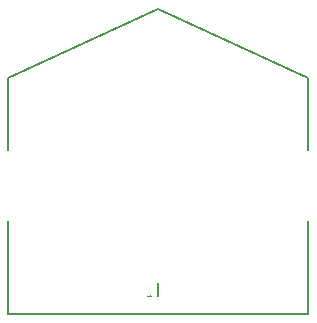
<source format=gbr>
G04 #@! TF.FileFunction,Legend,Bot*
%FSLAX46Y46*%
G04 Gerber Fmt 4.6, Leading zero omitted, Abs format (unit mm)*
G04 Created by KiCad (PCBNEW 4.0.6) date 2017 March 28, Tuesday 16:58:51*
%MOMM*%
%LPD*%
G01*
G04 APERTURE LIST*
%ADD10C,0.100000*%
%ADD11C,0.150000*%
%ADD12R,4.400000X4.400000*%
%ADD13R,5.900000X5.900000*%
%ADD14R,2.400000X2.400000*%
%ADD15C,2.400000*%
G04 APERTURE END LIST*
D10*
D11*
X226060000Y-139805000D02*
X226060000Y-119805000D01*
X226060000Y-119805000D02*
X213360000Y-113905000D01*
X213360000Y-113905000D02*
X200660000Y-119805000D01*
X200660000Y-119805000D02*
X200660000Y-139805000D01*
X200660000Y-139805000D02*
X226060000Y-139805000D01*
X214145714Y-137723571D02*
X214002857Y-137771190D01*
X213955238Y-137818810D01*
X213907619Y-137914048D01*
X213907619Y-138056905D01*
X213955238Y-138152143D01*
X214002857Y-138199762D01*
X214098095Y-138247381D01*
X214479048Y-138247381D01*
X214479048Y-137247381D01*
X214145714Y-137247381D01*
X214050476Y-137295000D01*
X214002857Y-137342619D01*
X213955238Y-137437857D01*
X213955238Y-137533095D01*
X214002857Y-137628333D01*
X214050476Y-137675952D01*
X214145714Y-137723571D01*
X214479048Y-137723571D01*
X213621905Y-137247381D02*
X213050476Y-137247381D01*
X213336191Y-138247381D02*
X213336191Y-137247381D01*
X212193333Y-138247381D02*
X212764762Y-138247381D01*
X212479048Y-138247381D02*
X212479048Y-137247381D01*
X212574286Y-137390238D01*
X212669524Y-137485476D01*
X212764762Y-137533095D01*
%LPC*%
D12*
X213360000Y-128905000D03*
D13*
X200560000Y-128905000D03*
X226160000Y-128905000D03*
D14*
X214630000Y-137160000D03*
D15*
X212090000Y-137160000D03*
M02*

</source>
